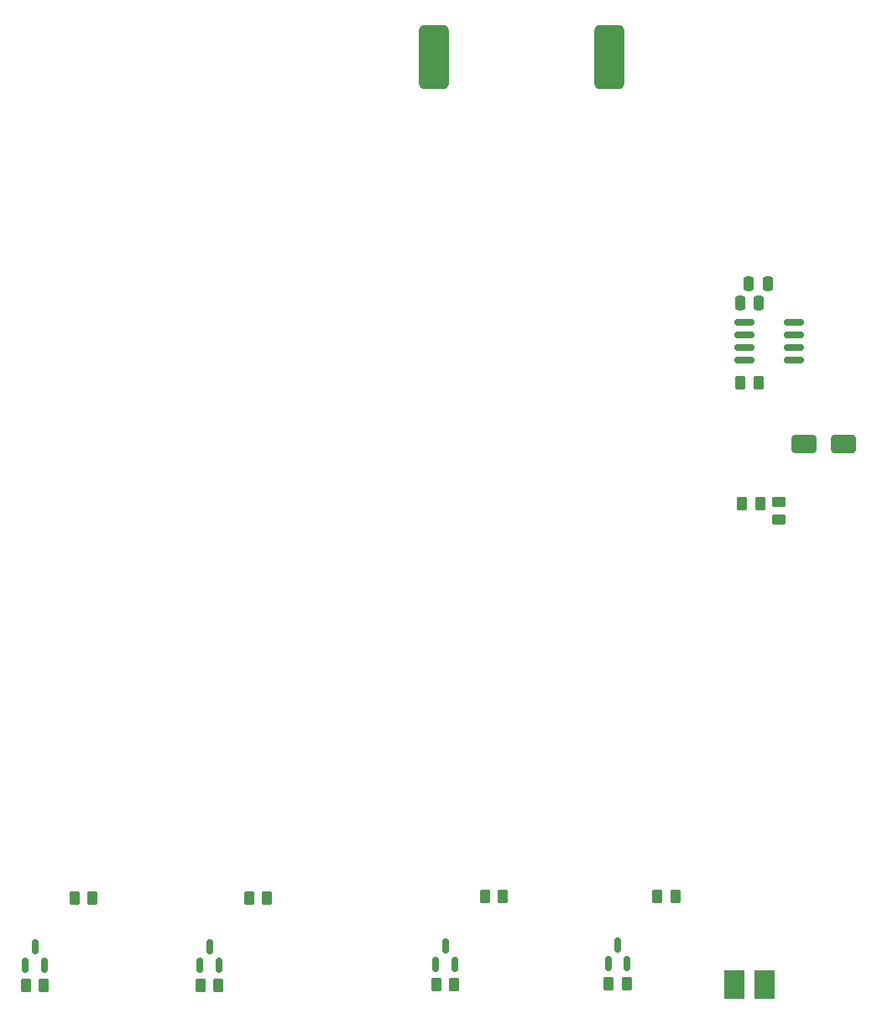
<source format=gtp>
G04 #@! TF.GenerationSoftware,KiCad,Pcbnew,(7.0.0)*
G04 #@! TF.CreationDate,2023-05-12T10:50:57+02:00*
G04 #@! TF.ProjectId,Cell_holder_board,43656c6c-5f68-46f6-9c64-65725f626f61,rev?*
G04 #@! TF.SameCoordinates,Original*
G04 #@! TF.FileFunction,Paste,Top*
G04 #@! TF.FilePolarity,Positive*
%FSLAX46Y46*%
G04 Gerber Fmt 4.6, Leading zero omitted, Abs format (unit mm)*
G04 Created by KiCad (PCBNEW (7.0.0)) date 2023-05-12 10:50:57*
%MOMM*%
%LPD*%
G01*
G04 APERTURE LIST*
G04 Aperture macros list*
%AMRoundRect*
0 Rectangle with rounded corners*
0 $1 Rounding radius*
0 $2 $3 $4 $5 $6 $7 $8 $9 X,Y pos of 4 corners*
0 Add a 4 corners polygon primitive as box body*
4,1,4,$2,$3,$4,$5,$6,$7,$8,$9,$2,$3,0*
0 Add four circle primitives for the rounded corners*
1,1,$1+$1,$2,$3*
1,1,$1+$1,$4,$5*
1,1,$1+$1,$6,$7*
1,1,$1+$1,$8,$9*
0 Add four rect primitives between the rounded corners*
20,1,$1+$1,$2,$3,$4,$5,0*
20,1,$1+$1,$4,$5,$6,$7,0*
20,1,$1+$1,$6,$7,$8,$9,0*
20,1,$1+$1,$8,$9,$2,$3,0*%
G04 Aperture macros list end*
%ADD10RoundRect,0.250000X-0.262500X-0.450000X0.262500X-0.450000X0.262500X0.450000X-0.262500X0.450000X0*%
%ADD11RoundRect,0.150000X0.150000X-0.587500X0.150000X0.587500X-0.150000X0.587500X-0.150000X-0.587500X0*%
%ADD12RoundRect,0.250000X-1.000000X-0.650000X1.000000X-0.650000X1.000000X0.650000X-1.000000X0.650000X0*%
%ADD13RoundRect,0.500000X1.000000X2.750000X-1.000000X2.750000X-1.000000X-2.750000X1.000000X-2.750000X0*%
%ADD14RoundRect,0.250000X0.250000X0.475000X-0.250000X0.475000X-0.250000X-0.475000X0.250000X-0.475000X0*%
%ADD15R,2.000000X3.000000*%
%ADD16RoundRect,0.150000X0.825000X0.150000X-0.825000X0.150000X-0.825000X-0.150000X0.825000X-0.150000X0*%
%ADD17RoundRect,0.250000X-0.450000X0.262500X-0.450000X-0.262500X0.450000X-0.262500X0.450000X0.262500X0*%
G04 APERTURE END LIST*
D10*
X131212500Y-148100000D03*
X133037500Y-148100000D03*
D11*
X85075000Y-155075000D03*
X86975000Y-155075000D03*
X86025000Y-153200000D03*
D12*
X146000000Y-102450000D03*
X150000000Y-102450000D03*
D10*
X113822500Y-148130000D03*
X115647500Y-148130000D03*
X139587500Y-96250000D03*
X141412500Y-96250000D03*
X126302500Y-156920000D03*
X128127500Y-156920000D03*
D13*
X126375000Y-63400000D03*
X108625000Y-63400000D03*
D14*
X142350000Y-86250000D03*
X140450000Y-86250000D03*
D15*
X141999999Y-156999999D03*
D10*
X139737500Y-108500000D03*
X141562500Y-108500000D03*
D11*
X108875000Y-154925000D03*
X110775000Y-154925000D03*
X109825000Y-153050000D03*
D10*
X72422500Y-148280000D03*
X74247500Y-148280000D03*
D15*
X138999999Y-156999999D03*
D11*
X67475000Y-155075000D03*
X69375000Y-155075000D03*
X68425000Y-153200000D03*
D16*
X144975000Y-93955000D03*
X144975000Y-92685000D03*
X144975000Y-91415000D03*
X144975000Y-90145000D03*
X140025000Y-90145000D03*
X140025000Y-91415000D03*
X140025000Y-92685000D03*
X140025000Y-93955000D03*
D17*
X143450000Y-108287500D03*
X143450000Y-110112500D03*
D10*
X67512500Y-157100000D03*
X69337500Y-157100000D03*
X90022500Y-148280000D03*
X91847500Y-148280000D03*
X108912500Y-156950000D03*
X110737500Y-156950000D03*
X85112500Y-157100000D03*
X86937500Y-157100000D03*
D14*
X141450000Y-88250000D03*
X139550000Y-88250000D03*
D11*
X126265000Y-154895000D03*
X128165000Y-154895000D03*
X127215000Y-153020000D03*
M02*

</source>
